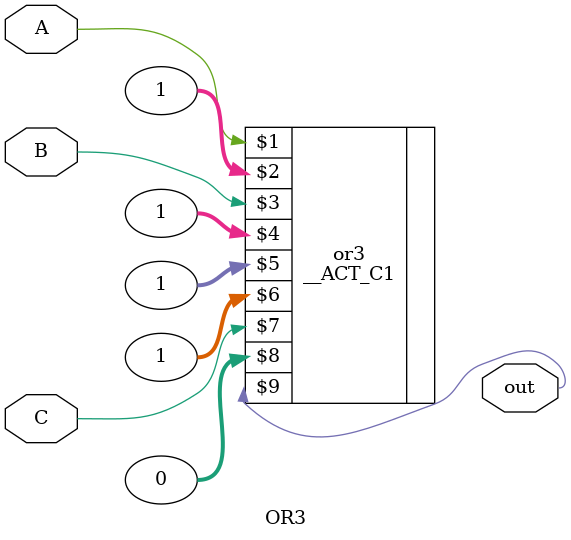
<source format=v>
module OR3 (
    input A, B, C,

    output out
);

    __ACT_C1 or3(A, 1, B, 1, 1, 1, C, 0, out);

endmodule
</source>
